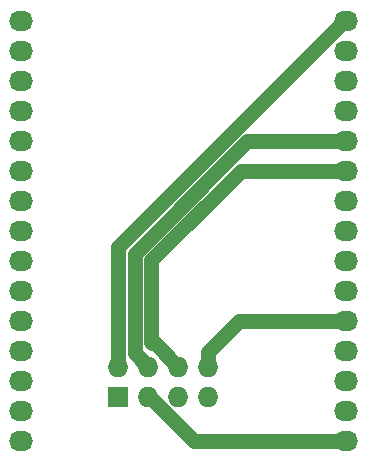
<source format=gtl>
G04 #@! TF.GenerationSoftware,KiCad,Pcbnew,(5.0.0-rc2-dev-482-gf81c77cd4)*
G04 #@! TF.CreationDate,2018-08-02T20:03:37+02:00*
G04 #@! TF.ProjectId,ha_plattform,68615F706C617474666F726D2E6B6963,rev?*
G04 #@! TF.SameCoordinates,Original*
G04 #@! TF.FileFunction,Copper,L1,Top,Signal*
G04 #@! TF.FilePolarity,Positive*
%FSLAX46Y46*%
G04 Gerber Fmt 4.6, Leading zero omitted, Abs format (unit mm)*
G04 Created by KiCad (PCBNEW (5.0.0-rc2-dev-482-gf81c77cd4)) date Thu Aug  2 20:03:37 2018*
%MOMM*%
%LPD*%
G01*
G04 APERTURE LIST*
%ADD10O,2.032000X1.727200*%
%ADD11O,1.727200X1.727200*%
%ADD12R,1.727200X1.727200*%
%ADD13C,1.270000*%
G04 APERTURE END LIST*
D10*
X49297800Y-66136600D03*
X49297800Y-63596600D03*
X49297800Y-61056600D03*
X49297800Y-58516600D03*
X49297800Y-55976600D03*
X49297800Y-53436600D03*
X49297800Y-50896600D03*
X49297800Y-48356600D03*
X49297800Y-45816600D03*
X49297800Y-43276600D03*
X49297800Y-40736600D03*
X49297800Y-38196600D03*
X49297800Y-35656600D03*
X49297800Y-33116600D03*
X49297800Y-30576600D03*
X21776900Y-30576600D03*
X21776900Y-33116600D03*
X21776900Y-35656600D03*
X21776900Y-38196600D03*
X21776900Y-40736600D03*
X21776900Y-43276600D03*
X21776900Y-45816600D03*
X21776900Y-48356600D03*
X21776900Y-50896600D03*
X21776900Y-53436600D03*
X21776900Y-55976600D03*
X21776900Y-58516600D03*
X21776900Y-61056600D03*
X21776900Y-63596600D03*
X21776900Y-66136600D03*
D11*
X37634000Y-62396000D03*
X37634000Y-59856000D03*
X35094000Y-62396000D03*
X35094000Y-59856000D03*
X32554000Y-62396000D03*
X32554000Y-59856000D03*
D12*
X30014000Y-62396000D03*
D11*
X30014000Y-59856000D03*
D13*
X36428710Y-66136600D02*
X47011800Y-66136600D01*
X47011800Y-66136600D02*
X49297800Y-66136600D01*
X32688110Y-62396000D02*
X36428710Y-66136600D01*
X32554000Y-62396000D02*
X32688110Y-62396000D01*
X49145400Y-30576600D02*
X49297800Y-30576600D01*
X30014000Y-49708000D02*
X49145400Y-30576600D01*
X30014000Y-59856000D02*
X30014000Y-49708000D01*
X40396740Y-43276600D02*
X49297800Y-43276600D01*
X32808020Y-50865320D02*
X40396740Y-43276600D01*
X32808020Y-57778020D02*
X32808020Y-50865320D01*
X32930000Y-57900000D02*
X32808020Y-57778020D01*
X35094000Y-59856000D02*
X33138000Y-57900000D01*
X33138000Y-57900000D02*
X32930000Y-57900000D01*
X31411010Y-58713010D02*
X31411010Y-50286660D01*
X32554000Y-59856000D02*
X31411010Y-58713010D01*
X40961070Y-40736600D02*
X49297800Y-40736600D01*
X31411010Y-50286660D02*
X40961070Y-40736600D01*
X40292086Y-55976600D02*
X47011800Y-55976600D01*
X37634000Y-58634686D02*
X40292086Y-55976600D01*
X47011800Y-55976600D02*
X49297800Y-55976600D01*
X37634000Y-59856000D02*
X37634000Y-58634686D01*
M02*

</source>
